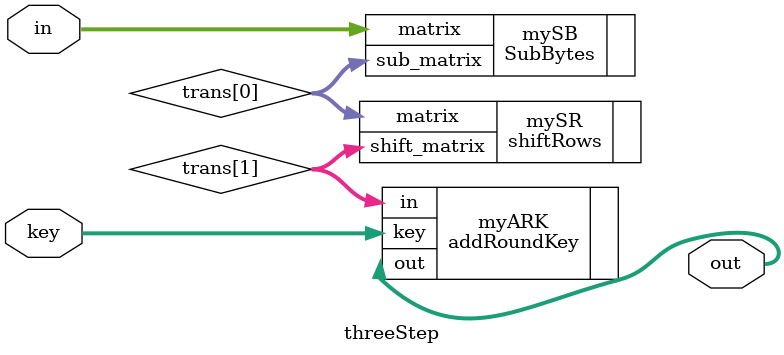
<source format=v>
`timescale 1ns / 1ps

module AES_top(
    input [127:0] key,
    input [127:0] data,
    output [127:0] c_data
    );
    wire [127:0] keyE [10:0];
    key_expansion myKE(.key(key),.key_schedule({keyE[10],keyE[9],keyE[8],keyE[7],
                        keyE[6],keyE[5],keyE[4],keyE[3],keyE[2],keyE[1],keyE[0]}));
    AES myAES(.in(data),.out(c_data),.key0(keyE[0]),.key1(keyE[1]),.key2(keyE[2]),.key3(keyE[3]),
                                     .key4(keyE[4]),.key5(keyE[5]),.key6(keyE[6]),.key7(keyE[7]),
                                     .key8(keyE[8]),.key9(keyE[9]),.key10(keyE[10]));
endmodule

module AES(
    input [127:0] in,
    output [127:0] out,
    input [127:0] key0,
    input [127:0] key1,
    input [127:0] key2,
    input [127:0] key3,
    input [127:0] key4,
    input [127:0] key5,
    input [127:0] key6,
    input [127:0] key7,
    input [127:0] key8,
    input [127:0] key9,
    input [127:0] key10
    );
    
    wire [127:0] OtoI [9:0];
    
    addRoundKey addRoundKey0(.in(in),.out(OtoI[0]),.key(key0));
    
    fourStep fs1(.in(OtoI[0]),.out(OtoI[1]),.key(key1));
    fourStep fs2(.in(OtoI[1]),.out(OtoI[2]),.key(key2));
    fourStep fs3(.in(OtoI[2]),.out(OtoI[3]),.key(key3));
    fourStep fs4(.in(OtoI[3]),.out(OtoI[4]),.key(key4));
    fourStep fs5(.in(OtoI[4]),.out(OtoI[5]),.key(key5));
    fourStep fs6(.in(OtoI[5]),.out(OtoI[6]),.key(key6));
    fourStep fs7(.in(OtoI[6]),.out(OtoI[7]),.key(key7));
    fourStep fs8(.in(OtoI[7]),.out(OtoI[8]),.key(key8));
    fourStep fs9(.in(OtoI[8]),.out(OtoI[9]),.key(key9));
    
    threeStep ts10(.in(OtoI[9]),.out(out),.key(key10));
endmodule

module fourStep(
    input [127:0] in,
    output [127:0] out,
    input [127:0] key
    );
    wire [127:0] trans [2:0];
    SubBytes mySB(.matrix(in), .sub_matrix(trans[0]));
    shiftRows mySR(.matrix(trans[0]),. shift_matrix(trans[1]));
    mixColumns myMC(.s(trans[1]),.s_(trans[2]));
    addRoundKey myARK(.in(trans[2]),.out(out),.key(key));
endmodule

module threeStep(
    input [127:0] in,
    output [127:0] out,
    input [127:0] key
    );
    wire [127:0] trans [1:0];
    SubBytes mySB(.matrix(in), .sub_matrix(trans[0]));
    shiftRows mySR(.matrix(trans[0]),. shift_matrix(trans[1]));
    addRoundKey myARK(.in(trans[1]),.out(out),.key(key));
endmodule
</source>
